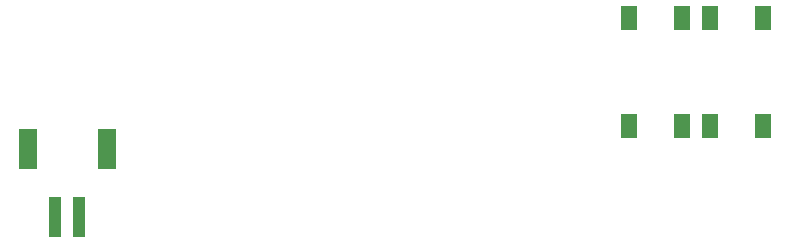
<source format=gbp>
G04 #@! TF.GenerationSoftware,KiCad,Pcbnew,(6.0.0)*
G04 #@! TF.CreationDate,2022-02-07T18:43:46-08:00*
G04 #@! TF.ProjectId,LightsProject_Rev_C,4c696768-7473-4507-926f-6a6563745f52,rev?*
G04 #@! TF.SameCoordinates,Original*
G04 #@! TF.FileFunction,Paste,Bot*
G04 #@! TF.FilePolarity,Positive*
%FSLAX46Y46*%
G04 Gerber Fmt 4.6, Leading zero omitted, Abs format (unit mm)*
G04 Created by KiCad (PCBNEW (6.0.0)) date 2022-02-07 18:43:46*
%MOMM*%
%LPD*%
G01*
G04 APERTURE LIST*
%ADD10R,1.400000X2.100000*%
%ADD11R,1.000000X3.500000*%
%ADD12R,1.500000X3.400001*%
G04 APERTURE END LIST*
D10*
X173772000Y-82445000D03*
X173772000Y-91545000D03*
X178272000Y-82445000D03*
X178272000Y-91545000D03*
D11*
X118380000Y-99243000D03*
X120380000Y-99243000D03*
D12*
X122730001Y-93492999D03*
X116029999Y-93492999D03*
D10*
X166914000Y-82445000D03*
X166914000Y-91545000D03*
X171414000Y-82445000D03*
X171414000Y-91545000D03*
M02*

</source>
